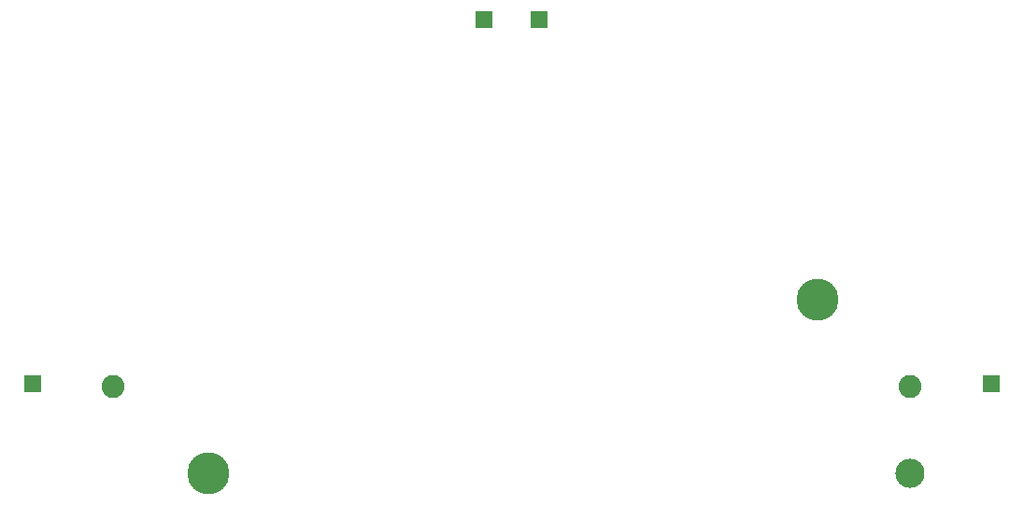
<source format=gbs>
%TF.GenerationSoftware,KiCad,Pcbnew,(6.0.7)*%
%TF.CreationDate,2022-08-26T02:07:21+09:00*%
%TF.ProjectId,CellProtection_S82M1A,43656c6c-5072-46f7-9465-6374696f6e5f,rev?*%
%TF.SameCoordinates,Original*%
%TF.FileFunction,Soldermask,Bot*%
%TF.FilePolarity,Negative*%
%FSLAX46Y46*%
G04 Gerber Fmt 4.6, Leading zero omitted, Abs format (unit mm)*
G04 Created by KiCad (PCBNEW (6.0.7)) date 2022-08-26 02:07:21*
%MOMM*%
%LPD*%
G01*
G04 APERTURE LIST*
%ADD10C,3.810000*%
%ADD11C,2.641600*%
%ADD12C,2.082800*%
%ADD13R,1.500000X1.500000*%
G04 APERTURE END LIST*
D10*
%TO.C,BT1*%
X172730350Y-94326000D03*
X117485350Y-110074000D03*
D11*
X181112350Y-110074000D03*
D12*
X108849350Y-102200000D03*
X181112350Y-102200000D03*
%TD*%
D13*
%TO.C,TP4*%
X147500000Y-69000000D03*
%TD*%
%TO.C,TP2*%
X188500000Y-102000000D03*
%TD*%
%TO.C,TP3*%
X142500000Y-69000000D03*
%TD*%
%TO.C,TP1*%
X101600000Y-102000000D03*
%TD*%
M02*

</source>
